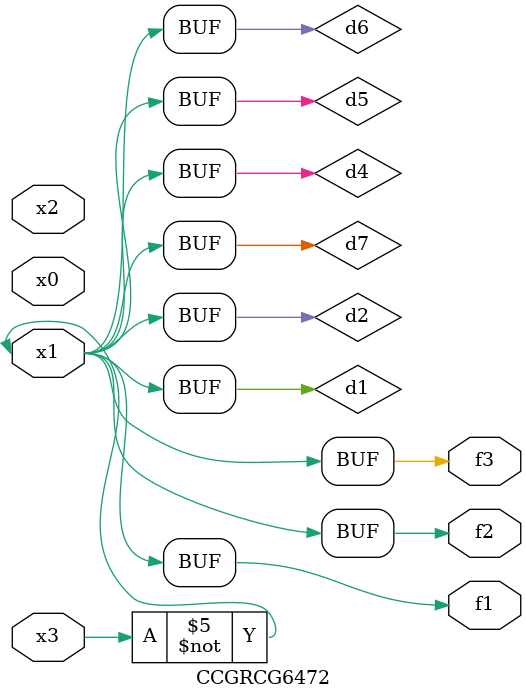
<source format=v>
module CCGRCG6472(
	input x0, x1, x2, x3,
	output f1, f2, f3
);

	wire d1, d2, d3, d4, d5, d6, d7;

	not (d1, x3);
	buf (d2, x1);
	xnor (d3, d1, d2);
	nor (d4, d1);
	buf (d5, d1, d2);
	buf (d6, d4, d5);
	nand (d7, d4);
	assign f1 = d6;
	assign f2 = d7;
	assign f3 = d6;
endmodule

</source>
